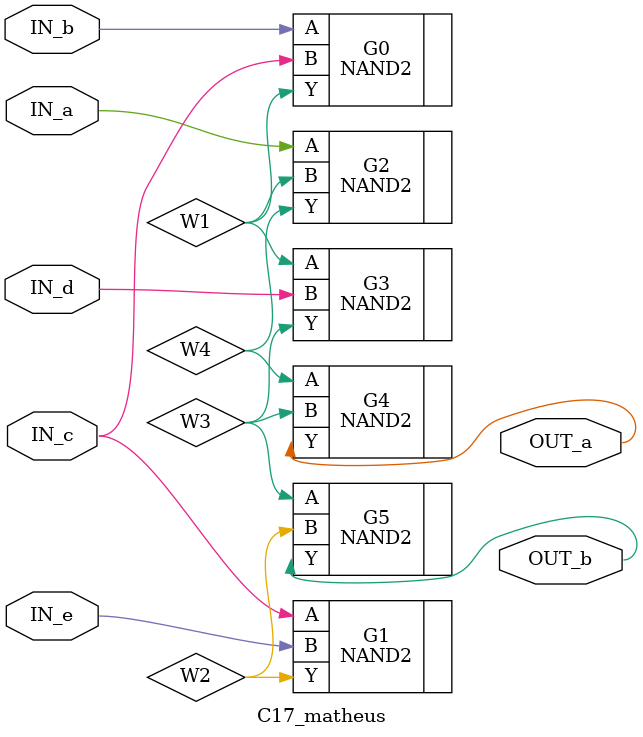
<source format=v>
module C17_matheus (
    IN_a, IN_b, IN_c, IN_d, IN_e, OUT_a, OUT_b );
  input  IN_a, IN_b, IN_c, IN_d, IN_e;
  output OUT_a, OUT_b ;
  wire W1, W2, W3, W4;
  
  NAND2   G0(.A(IN_b), .B(IN_c), .Y(W1));
  NAND2   G1(.A(IN_c), .B(IN_e), .Y(W2));  
  NAND2   G2(.A(IN_a), .B(W1), .Y(W4));
  NAND2   G3(.A(W1), .B(IN_d), .Y(W3));
  NAND2   G4(.A(W4), .B(W3), .Y(OUT_a));
  NAND2   G5(.A(W3), .B(W2), .Y(OUT_b));

endmodule
</source>
